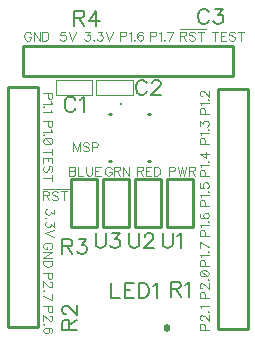
<source format=gto>
G04 DipTrace 3.1.0.0*
G04 MSP430FR2311Breakout.gto*
%MOIN*%
G04 #@! TF.FileFunction,Legend,Top*
G04 #@! TF.Part,Single*
%ADD10C,0.009843*%
%ADD16C,0.001312*%
%ADD22O,0.023924X0.024956*%
%ADD26C,0.011817*%
%ADD57C,0.00772*%
%ADD58C,0.004632*%
%FSLAX26Y26*%
G04*
G70*
G90*
G75*
G01*
G04 TopSilk*
%LPD*%
X468999Y1381502D2*
D10*
X1169001D1*
Y1281500D1*
X468999D1*
Y1381502D1*
X519002Y1243963D2*
X419000D1*
Y444037D1*
X519002D1*
Y1243963D1*
X1118998Y437786D2*
X1219000D1*
Y1237713D1*
X1118998D1*
Y437786D1*
X844444Y779630D2*
Y937110D1*
X931058Y779630D2*
Y937110D1*
X844444Y779630D2*
X931058D1*
X844444Y937110D2*
X931058D1*
X738193Y779630D2*
Y937110D1*
X824807Y779630D2*
Y937110D1*
X738193Y779630D2*
X824807D1*
X738193Y937110D2*
X824807D1*
X631942Y779630D2*
Y937110D1*
X718556Y779630D2*
Y937110D1*
X631942Y779630D2*
X718556D1*
X631942Y937110D2*
X718556D1*
X1037307D2*
Y779630D1*
X950693Y937110D2*
Y779630D1*
X1037307Y937110D2*
X950693D1*
X1037307Y779630D2*
X950693D1*
D22*
X948965Y441591D3*
D26*
X795513Y1189428D3*
X886366Y1154743D2*
D10*
X894244D1*
X886366Y997316D2*
X894244D1*
X764429D2*
X756551D1*
X764429Y1154743D2*
X756551D1*
X581500Y1269000D2*
D16*
X700249D1*
Y1219000D1*
X581500D1*
Y1269000D1*
X712751D2*
X837749D1*
Y1219000D1*
X712751D1*
Y1269000D1*
X645070Y1201101D2*
D57*
X642694Y1205854D1*
X637885Y1210663D1*
X633132Y1213039D1*
X623570D1*
X618762Y1210663D1*
X614009Y1205854D1*
X611577Y1201101D1*
X609200Y1193916D1*
Y1181923D1*
X611577Y1174793D1*
X614009Y1169984D1*
X618762Y1165231D1*
X623570Y1162799D1*
X633132D1*
X637885Y1165231D1*
X642694Y1169984D1*
X645070Y1174793D1*
X660510Y1203422D2*
X665318Y1205854D1*
X672503Y1212984D1*
Y1162799D1*
X882499Y1257350D2*
X880122Y1262104D1*
X875314Y1266912D1*
X870561Y1269289D1*
X860999D1*
X856191Y1266912D1*
X851437Y1262104D1*
X849006Y1257350D1*
X846629Y1250165D1*
Y1238172D1*
X849006Y1231042D1*
X851437Y1226234D1*
X856191Y1221481D1*
X860999Y1219049D1*
X870561D1*
X875314Y1221481D1*
X880122Y1226234D1*
X882499Y1231042D1*
X900370Y1257295D2*
Y1259672D1*
X902747Y1264480D1*
X905123Y1266857D1*
X909932Y1269233D1*
X919493D1*
X924246Y1266857D1*
X926623Y1264480D1*
X929055Y1259672D1*
Y1254919D1*
X926623Y1250110D1*
X921870Y1242980D1*
X897938Y1219049D1*
X931431D1*
X1089753Y1493827D2*
X1087377Y1498580D1*
X1082568Y1503388D1*
X1077815Y1505765D1*
X1068254D1*
X1063445Y1503388D1*
X1058692Y1498580D1*
X1056260Y1493827D1*
X1053884Y1486642D1*
Y1474648D1*
X1056260Y1467519D1*
X1058692Y1462710D1*
X1063445Y1457957D1*
X1068254Y1455525D1*
X1077815D1*
X1082568Y1457957D1*
X1087377Y1462710D1*
X1089753Y1467519D1*
X1110001Y1505710D2*
X1136254D1*
X1121939Y1486587D1*
X1129124D1*
X1133878Y1484210D1*
X1136254Y1481833D1*
X1138686Y1474648D1*
Y1469895D1*
X1136254Y1462710D1*
X1131501Y1457902D1*
X1124316Y1455525D1*
X1117131D1*
X1110001Y1457902D1*
X1107625Y1460334D1*
X1105193Y1465087D1*
X765369Y591681D2*
Y541441D1*
X794054D1*
X840555Y591681D2*
X809493D1*
Y541441D1*
X840555D1*
X809493Y567749D2*
X828616D1*
X855994Y591681D2*
Y541441D1*
X872740D1*
X879925Y543873D1*
X884734Y548626D1*
X887110Y553435D1*
X889487Y560564D1*
Y572558D1*
X887110Y579743D1*
X884734Y584496D1*
X879925Y589304D1*
X872740Y591681D1*
X855994D1*
X904926Y582064D2*
X909735Y584496D1*
X916920Y591626D1*
Y541441D1*
X962603Y572328D2*
X984102D1*
X991287Y574760D1*
X993719Y577137D1*
X996096Y581890D1*
Y586698D1*
X993719Y591451D1*
X991287Y593883D1*
X984102Y596260D1*
X962603D1*
Y546020D1*
X979349Y572328D2*
X996096Y546020D1*
X1011535Y586643D2*
X1016344Y589075D1*
X1023529Y596205D1*
Y546020D1*
X625024Y436252D2*
Y457752D1*
X622592Y464937D1*
X620215Y467368D1*
X615462Y469745D1*
X610654D1*
X605900Y467368D1*
X603469Y464937D1*
X601092Y457752D1*
Y436252D1*
X651332D1*
X625024Y452998D2*
X651332Y469745D1*
X613085Y487616D2*
X610709D1*
X605900Y489993D1*
X603524Y492369D1*
X601147Y497178D1*
Y506739D1*
X603524Y511493D1*
X605900Y513869D1*
X610709Y516301D1*
X615462D1*
X620270Y513869D1*
X627400Y509116D1*
X651332Y485184D1*
Y518678D1*
X601853Y714256D2*
X623353D1*
X630538Y716688D1*
X632969Y719064D1*
X635346Y723818D1*
Y728626D1*
X632969Y733379D1*
X630538Y735811D1*
X623353Y738188D1*
X601853D1*
Y687948D1*
X618599Y714256D2*
X635346Y687948D1*
X655594Y738132D2*
X681847D1*
X667532Y719009D1*
X674717D1*
X679470Y716633D1*
X681847Y714256D1*
X684279Y707071D1*
Y702318D1*
X681847Y695133D1*
X677094Y690324D1*
X669908Y687948D1*
X662723D1*
X655594Y690324D1*
X653217Y692756D1*
X650785Y697509D1*
X641340Y1475583D2*
X662840D1*
X670025Y1478015D1*
X672457Y1480391D1*
X674834Y1485144D1*
Y1489953D1*
X672457Y1494706D1*
X670025Y1497138D1*
X662840Y1499514D1*
X641340D1*
Y1449274D1*
X658087Y1475583D2*
X674834Y1449274D1*
X714205D2*
Y1499459D1*
X690273Y1466021D1*
X726143D1*
X935568Y758315D2*
Y722445D1*
X937945Y715260D1*
X942753Y710507D1*
X949939Y708075D1*
X954692D1*
X961877Y710507D1*
X966685Y715260D1*
X969062Y722445D1*
Y758315D1*
X984501Y748698D2*
X989309Y751130D1*
X996495Y758260D1*
Y708075D1*
X824817Y758315D2*
Y722445D1*
X827194Y715260D1*
X832002Y710507D1*
X839187Y708075D1*
X843940D1*
X851126Y710507D1*
X855934Y715260D1*
X858311Y722445D1*
Y758315D1*
X876182Y746321D2*
Y748698D1*
X878558Y753506D1*
X880935Y755883D1*
X885743Y758260D1*
X895305D1*
X900058Y755883D1*
X902435Y753506D1*
X904867Y748698D1*
Y743945D1*
X902435Y739136D1*
X897682Y732007D1*
X873750Y708075D1*
X907243D1*
X712317Y758315D2*
Y722445D1*
X714694Y715260D1*
X719502Y710507D1*
X726687Y708075D1*
X731440D1*
X738626Y710507D1*
X743434Y715260D1*
X745811Y722445D1*
Y758315D1*
X766058Y758260D2*
X792311D1*
X777996Y739136D1*
X785182D1*
X789935Y736760D1*
X792311Y734383D1*
X794743Y727198D1*
Y722445D1*
X792311Y715260D1*
X787558Y710452D1*
X780373Y708075D1*
X773188D1*
X766058Y710452D1*
X763682Y712883D1*
X761250Y717637D1*
X552676Y1226844D2*
D58*
Y1213911D1*
X554102Y1209633D1*
X555561Y1208174D1*
X558413Y1206748D1*
X562724D1*
X565576Y1208174D1*
X567035Y1209633D1*
X568461Y1213911D1*
Y1226844D1*
X538317D1*
X562691Y1197485D2*
X564150Y1194600D1*
X568428Y1190289D1*
X538317D1*
X541202Y1179599D2*
X539743Y1181025D1*
X538317Y1179599D1*
X539743Y1178140D1*
X541202Y1179599D1*
X562691Y1168876D2*
X564150Y1165991D1*
X568428Y1161680D1*
X538317D1*
X552676Y1133093D2*
Y1120160D1*
X554102Y1115883D1*
X555561Y1114423D1*
X558413Y1112997D1*
X562724D1*
X565576Y1114423D1*
X567035Y1115883D1*
X568461Y1120160D1*
Y1133093D1*
X538317D1*
X562691Y1103734D2*
X564150Y1100849D1*
X568428Y1096538D1*
X538317D1*
X541202Y1085848D2*
X539743Y1087274D1*
X538317Y1085848D1*
X539743Y1084389D1*
X541202Y1085848D1*
X568428Y1066504D2*
X567002Y1070815D1*
X562691Y1073700D1*
X555528Y1075126D1*
X551217D1*
X544054Y1073700D1*
X539743Y1070815D1*
X538317Y1066504D1*
Y1063652D1*
X539743Y1059341D1*
X544054Y1056489D1*
X551217Y1055030D1*
X555528D1*
X562691Y1056489D1*
X567002Y1059341D1*
X568428Y1063652D1*
Y1066504D1*
X562691Y1056489D2*
X544054Y1073700D1*
X537174Y883707D2*
X550074D1*
X554385Y885166D1*
X555844Y886592D1*
X557270Y889444D1*
Y892329D1*
X555844Y895181D1*
X554385Y896640D1*
X550074Y898066D1*
X537174D1*
Y867922D1*
X547222Y883707D2*
X557270Y867922D1*
X586630Y893755D2*
X583778Y896640D1*
X579467Y898066D1*
X573730D1*
X569419Y896640D1*
X566534Y893755D1*
Y890903D1*
X567993Y888018D1*
X569419Y886592D1*
X572271Y885166D1*
X580893Y882281D1*
X583778Y880855D1*
X585204Y879396D1*
X586630Y876544D1*
Y872233D1*
X583778Y869381D1*
X579467Y867922D1*
X573730D1*
X569419Y869381D1*
X566534Y872233D1*
X605941Y898066D2*
Y867922D1*
X595893Y898066D2*
X615989D1*
X537174Y905926D2*
X625253D1*
X568461Y1029297D2*
X538317D1*
X568461Y1039345D2*
Y1019249D1*
Y991349D2*
Y1009986D1*
X538317D1*
Y991349D1*
X554102Y1009986D2*
Y998512D1*
X564150Y961990D2*
X567035Y964841D1*
X568461Y969152D1*
Y974889D1*
X567035Y979200D1*
X564150Y982086D1*
X561298D1*
X558413Y980626D1*
X556987Y979200D1*
X555561Y976349D1*
X552676Y967727D1*
X551250Y964841D1*
X549791Y963415D1*
X546939Y961990D1*
X542628D1*
X539776Y964841D1*
X538317Y969152D1*
Y974889D1*
X539776Y979200D1*
X542628Y982086D1*
X568461Y942678D2*
X538317D1*
X568461Y952726D2*
Y932630D1*
X574677Y836459D2*
Y820707D1*
X563203Y829296D1*
Y824985D1*
X561777Y822133D1*
X560352Y820707D1*
X556040Y819248D1*
X553189D1*
X548878Y820707D1*
X545992Y823559D1*
X544567Y827870D1*
Y832181D1*
X545993Y836459D1*
X547452Y837885D1*
X550304Y839344D1*
X547452Y808559D2*
X545993Y809985D1*
X544567Y808559D1*
X545993Y807100D1*
X547452Y808559D1*
X574677Y794951D2*
Y779199D1*
X563203Y787788D1*
Y783477D1*
X561777Y780625D1*
X560352Y779199D1*
X556041Y777740D1*
X553189D1*
X548878Y779199D1*
X545993Y782051D1*
X544567Y786362D1*
Y790673D1*
X545993Y794951D1*
X547452Y796377D1*
X550304Y797836D1*
X574711Y768476D2*
X544567Y757003D1*
X574711Y745529D1*
X561297Y705322D2*
X564149Y706748D1*
X567034Y709633D1*
X568460Y712485D1*
Y718222D1*
X567034Y721107D1*
X564149Y723959D1*
X561297Y725418D1*
X556986Y726844D1*
X549790D1*
X545512Y725418D1*
X542627Y723959D1*
X539775Y721107D1*
X538316Y718222D1*
Y712485D1*
X539775Y709633D1*
X542627Y706748D1*
X545512Y705322D1*
X549790D1*
Y712485D1*
X568460Y675963D2*
X538316D1*
X568460Y696059D1*
X538316D1*
X568460Y666699D2*
X538316D1*
Y656651D1*
X539775Y652340D1*
X542627Y649455D1*
X545512Y648029D1*
X549790Y646603D1*
X556986D1*
X561297Y648029D1*
X564149Y649455D1*
X567034Y652340D1*
X568460Y656651D1*
Y666699D1*
X552675Y626844D2*
Y613911D1*
X554101Y609633D1*
X555560Y608174D1*
X558412Y606748D1*
X562723D1*
X565575Y608174D1*
X567034Y609633D1*
X568460Y613911D1*
Y626844D1*
X538316D1*
X561264Y596025D2*
X562690D1*
X565575Y594600D1*
X567001Y593174D1*
X568427Y590289D1*
Y584552D1*
X567001Y581700D1*
X565575Y580274D1*
X562690Y578815D1*
X559838D1*
X556953Y580274D1*
X552675Y583126D1*
X538316Y597485D1*
Y577389D1*
X541201Y566699D2*
X539742Y568125D1*
X538316Y566699D1*
X539742Y565240D1*
X541201Y566699D1*
X538316Y550240D2*
X568427Y535880D1*
Y555976D1*
X552675Y514344D2*
Y501411D1*
X554101Y497133D1*
X555560Y495674D1*
X558412Y494248D1*
X562723D1*
X565575Y495674D1*
X567034Y497133D1*
X568460Y501411D1*
Y514344D1*
X538316D1*
X561264Y483525D2*
X562690D1*
X565575Y482100D1*
X567001Y480674D1*
X568427Y477789D1*
Y472052D1*
X567001Y469200D1*
X565575Y467774D1*
X562690Y466315D1*
X559838D1*
X556953Y467774D1*
X552675Y470626D1*
X538316Y484985D1*
Y464889D1*
X541201Y454199D2*
X539742Y455625D1*
X538316Y454199D1*
X539742Y452740D1*
X541201Y454199D1*
X564149Y426266D2*
X567001Y427691D1*
X568427Y432003D1*
Y434854D1*
X567001Y439165D1*
X562690Y442051D1*
X555527Y443476D1*
X548364D1*
X542627Y442051D1*
X539742Y439165D1*
X538316Y434854D1*
Y433428D1*
X539742Y429151D1*
X542627Y426266D1*
X546938Y424840D1*
X548364D1*
X552675Y426266D1*
X555527Y429151D1*
X556953Y433428D1*
Y434854D1*
X555527Y439165D1*
X552675Y442051D1*
X548364Y443476D1*
X1075488Y1155430D2*
Y1168363D1*
X1074062Y1172641D1*
X1072603Y1174100D1*
X1069751Y1175526D1*
X1065440D1*
X1062588Y1174100D1*
X1061129Y1172641D1*
X1059703Y1168363D1*
Y1155430D1*
X1089847D1*
X1065473Y1184790D2*
X1064014Y1187675D1*
X1059736Y1191986D1*
X1089847D1*
X1086962Y1202675D2*
X1088421Y1201249D1*
X1089847Y1202675D1*
X1088421Y1204134D1*
X1086962Y1202675D1*
X1066899Y1214857D2*
X1065473D1*
X1062588Y1216283D1*
X1061162Y1217709D1*
X1059736Y1220594D1*
Y1226331D1*
X1061162Y1229183D1*
X1062588Y1230609D1*
X1065473Y1232068D1*
X1068325D1*
X1071210Y1230609D1*
X1075488Y1227757D1*
X1089847Y1213398D1*
Y1233494D1*
X1075488Y1055430D2*
Y1068363D1*
X1074062Y1072641D1*
X1072603Y1074100D1*
X1069751Y1075526D1*
X1065440D1*
X1062588Y1074100D1*
X1061129Y1072641D1*
X1059703Y1068363D1*
Y1055430D1*
X1089847D1*
X1065473Y1084790D2*
X1064014Y1087675D1*
X1059736Y1091986D1*
X1089847D1*
X1086962Y1102675D2*
X1088421Y1101249D1*
X1089847Y1102675D1*
X1088421Y1104134D1*
X1086962Y1102675D1*
X1059736Y1116283D2*
Y1132035D1*
X1071210Y1123446D1*
Y1127757D1*
X1072636Y1130609D1*
X1074062Y1132035D1*
X1078373Y1133494D1*
X1081225D1*
X1085536Y1132035D1*
X1088421Y1129183D1*
X1089847Y1124872D1*
Y1120561D1*
X1088421Y1116283D1*
X1086962Y1114857D1*
X1084110Y1113398D1*
X1075488Y949180D2*
Y962113D1*
X1074062Y966390D1*
X1072603Y967850D1*
X1069751Y969275D1*
X1065440Y969276D1*
X1062588Y967850D1*
X1061129Y966390D1*
X1059703Y962113D1*
Y949180D1*
X1089847D1*
X1065473Y978539D2*
X1064014Y981424D1*
X1059736Y985735D1*
X1089847D1*
X1086962Y996425D2*
X1088421Y994999D1*
X1089847Y996425D1*
X1088421Y997884D1*
X1086962Y996425D1*
X1089847Y1021506D2*
X1059736D1*
X1079799Y1007147D1*
Y1028669D1*
X1075488Y849180D2*
Y862113D1*
X1074062Y866390D1*
X1072603Y867850D1*
X1069751Y869275D1*
X1065440Y869276D1*
X1062588Y867850D1*
X1061129Y866390D1*
X1059703Y862113D1*
Y849180D1*
X1089847D1*
X1065473Y878539D2*
X1064014Y881424D1*
X1059736Y885735D1*
X1089847D1*
X1086962Y896425D2*
X1088421Y894999D1*
X1089847Y896425D1*
X1088421Y897884D1*
X1086962Y896425D1*
X1059736Y924358D2*
Y910032D1*
X1072636Y908606D1*
X1071210Y910032D1*
X1069751Y914343D1*
Y918621D1*
X1071210Y922932D1*
X1074062Y925817D1*
X1078373Y927243D1*
X1081225D1*
X1085536Y925817D1*
X1088421Y922932D1*
X1089847Y918621D1*
Y914343D1*
X1088421Y910032D1*
X1086962Y908606D1*
X1084110Y907147D1*
X1075488Y749180D2*
Y762113D1*
X1074062Y766390D1*
X1072603Y767850D1*
X1069751Y769275D1*
X1065440Y769276D1*
X1062588Y767850D1*
X1061129Y766390D1*
X1059703Y762113D1*
Y749180D1*
X1089847D1*
X1065473Y778539D2*
X1064014Y781424D1*
X1059736Y785735D1*
X1089847D1*
X1086962Y796425D2*
X1088421Y794999D1*
X1089847Y796425D1*
X1088421Y797884D1*
X1086962Y796425D1*
X1064014Y824358D2*
X1061162Y822932D1*
X1059736Y818621D1*
Y815769D1*
X1061162Y811458D1*
X1065473Y808573D1*
X1072636Y807147D1*
X1079799D1*
X1085536Y808573D1*
X1088421Y811458D1*
X1089847Y815769D1*
Y817195D1*
X1088421Y821473D1*
X1085536Y824358D1*
X1081225Y825784D1*
X1079799D1*
X1075488Y824358D1*
X1072636Y821473D1*
X1071210Y817195D1*
Y815769D1*
X1072636Y811458D1*
X1075488Y808573D1*
X1079799Y807147D1*
X1075488Y649180D2*
Y662113D1*
X1074062Y666390D1*
X1072603Y667850D1*
X1069751Y669275D1*
X1065440Y669276D1*
X1062588Y667850D1*
X1061129Y666390D1*
X1059703Y662113D1*
Y649180D1*
X1089847D1*
X1065473Y678539D2*
X1064014Y681424D1*
X1059736Y685735D1*
X1089847D1*
X1086962Y696425D2*
X1088421Y694999D1*
X1089847Y696425D1*
X1088421Y697884D1*
X1086962Y696425D1*
X1089847Y712884D2*
X1059736Y727243D1*
Y707147D1*
X1075488Y542930D2*
Y555863D1*
X1074062Y560141D1*
X1072603Y561600D1*
X1069751Y563026D1*
X1065440D1*
X1062588Y561600D1*
X1061129Y560141D1*
X1059703Y555863D1*
Y542930D1*
X1089847D1*
X1066899Y573749D2*
X1065473D1*
X1062588Y575175D1*
X1061162Y576601D1*
X1059736Y579486D1*
Y585223D1*
X1061162Y588075D1*
X1062588Y589501D1*
X1065473Y590960D1*
X1068325D1*
X1071210Y589501D1*
X1075488Y586649D1*
X1089847Y572290D1*
Y592386D1*
X1086962Y603075D2*
X1088421Y601649D1*
X1089847Y603075D1*
X1088421Y604534D1*
X1086962Y603075D1*
X1059736Y622420D2*
X1061162Y618109D1*
X1065473Y615224D1*
X1072636Y613798D1*
X1076947D1*
X1084110Y615224D1*
X1088421Y618109D1*
X1089847Y622420D1*
Y625272D1*
X1088421Y629583D1*
X1084110Y632435D1*
X1076947Y633894D1*
X1072636D1*
X1065473Y632435D1*
X1061162Y629583D1*
X1059736Y625272D1*
Y622420D1*
X1065473Y632435D2*
X1084110Y615224D1*
X1075488Y436680D2*
Y449613D1*
X1074062Y453890D1*
X1072603Y455350D1*
X1069751Y456775D1*
X1065440Y456776D1*
X1062588Y455350D1*
X1061129Y453890D1*
X1059703Y449613D1*
Y436680D1*
X1089847D1*
X1066899Y467498D2*
X1065473D1*
X1062588Y468924D1*
X1061162Y470350D1*
X1059736Y473235D1*
Y478972D1*
X1061162Y481824D1*
X1062588Y483250D1*
X1065473Y484709D1*
X1068325D1*
X1071210Y483250D1*
X1075488Y480398D1*
X1089847Y466039D1*
Y486135D1*
X1086962Y496824D2*
X1088421Y495399D1*
X1089847Y496824D1*
X1088421Y498284D1*
X1086962Y496824D1*
X1065473Y507547D2*
X1064014Y510432D1*
X1059736Y514743D1*
X1089847D1*
X496573Y1422927D2*
X495147Y1425779D1*
X492262Y1428664D1*
X489410Y1430090D1*
X483673D1*
X480788Y1428664D1*
X477936Y1425779D1*
X476477Y1422927D1*
X475051Y1418616D1*
Y1411420D1*
X476477Y1407142D1*
X477936Y1404257D1*
X480788Y1401405D1*
X483673Y1399946D1*
X489410D1*
X492262Y1401405D1*
X495147Y1404257D1*
X496573Y1407142D1*
Y1411420D1*
X489410D1*
X525932Y1430090D2*
Y1399946D1*
X505836Y1430090D1*
Y1399946D1*
X535196Y1430090D2*
Y1399946D1*
X545244D1*
X549555Y1401405D1*
X552440Y1404257D1*
X553866Y1407142D1*
X555292Y1411420D1*
Y1418616D1*
X553866Y1422927D1*
X552440Y1425779D1*
X549555Y1428664D1*
X545244Y1430090D1*
X535196D1*
X611011Y1430057D2*
X596685D1*
X595259Y1417157D1*
X596685Y1418583D1*
X600996Y1420042D1*
X605274D1*
X609585Y1418583D1*
X612470Y1415731D1*
X613896Y1411420D1*
Y1408568D1*
X612470Y1404257D1*
X609585Y1401372D1*
X605274Y1399946D1*
X600996D1*
X596685Y1401372D1*
X595259Y1402831D1*
X593800Y1405683D1*
X623160Y1430090D2*
X634634Y1399946D1*
X646108Y1430090D1*
X677935Y1430057D2*
X693686D1*
X685097Y1418583D1*
X689409D1*
X692260Y1417157D1*
X693686Y1415731D1*
X695145Y1411420D1*
Y1408568D1*
X693686Y1404257D1*
X690834Y1401372D1*
X686523Y1399946D1*
X682212D1*
X677935Y1401372D1*
X676509Y1402831D1*
X675049Y1405683D1*
X705835Y1402831D2*
X704409Y1401372D1*
X705835Y1399946D1*
X707294Y1401372D1*
X705835Y1402831D1*
X719443Y1430057D2*
X735195D1*
X726606Y1418583D1*
X730917D1*
X733769Y1417157D1*
X735195Y1415731D1*
X736654Y1411420D1*
Y1408568D1*
X735195Y1404257D1*
X732343Y1401372D1*
X728032Y1399946D1*
X723721D1*
X719443Y1401372D1*
X718017Y1402831D1*
X716558Y1405683D1*
X745917Y1430090D2*
X757391Y1399946D1*
X768865Y1430090D1*
X793799Y1414305D2*
X806732D1*
X811010Y1415731D1*
X812469Y1417190D1*
X813895Y1420042D1*
Y1424353D1*
X812469Y1427205D1*
X811010Y1428664D1*
X806732Y1430090D1*
X793799D1*
Y1399946D1*
X823158Y1424320D2*
X826043Y1425779D1*
X830354Y1430057D1*
Y1399946D1*
X841044Y1402831D2*
X839618Y1401372D1*
X841044Y1399946D1*
X842503Y1401372D1*
X841044Y1402831D1*
X868978Y1425779D2*
X867552Y1428631D1*
X863241Y1430057D1*
X860389D1*
X856078Y1428631D1*
X853193Y1424320D1*
X851767Y1417157D1*
Y1409994D1*
X853193Y1404257D1*
X856078Y1401372D1*
X860389Y1399946D1*
X861815D1*
X866092Y1401372D1*
X868978Y1404257D1*
X870404Y1408568D1*
Y1409994D1*
X868978Y1414305D1*
X866092Y1417157D1*
X861815Y1418583D1*
X860389D1*
X856078Y1417157D1*
X853193Y1414305D1*
X851767Y1409994D1*
X893799Y1414305D2*
X906732D1*
X911010Y1415731D1*
X912469Y1417190D1*
X913895Y1420042D1*
Y1424353D1*
X912469Y1427205D1*
X911010Y1428664D1*
X906732Y1430090D1*
X893799D1*
Y1399946D1*
X923158Y1424320D2*
X926043Y1425779D1*
X930354Y1430057D1*
Y1399946D1*
X941044Y1402831D2*
X939618Y1401372D1*
X941044Y1399946D1*
X942503Y1401372D1*
X941044Y1402831D1*
X957504Y1399946D2*
X971863Y1430057D1*
X951767D1*
X993799Y1415731D2*
X1006699D1*
X1011010Y1417190D1*
X1012469Y1418616D1*
X1013895Y1421468D1*
Y1424353D1*
X1012469Y1427205D1*
X1011010Y1428664D1*
X1006699Y1430090D1*
X993799D1*
Y1399946D1*
X1003847Y1415731D2*
X1013895Y1399946D1*
X1043254Y1425779D2*
X1040402Y1428664D1*
X1036091Y1430090D1*
X1030354D1*
X1026043Y1428664D1*
X1023158Y1425779D1*
Y1422927D1*
X1024617Y1420042D1*
X1026043Y1418616D1*
X1028895Y1417190D1*
X1037517Y1414305D1*
X1040402Y1412879D1*
X1041828Y1411420D1*
X1043254Y1408568D1*
Y1404257D1*
X1040402Y1401405D1*
X1036091Y1399946D1*
X1030354D1*
X1026043Y1401405D1*
X1023158Y1404257D1*
X1062566Y1430090D2*
Y1399946D1*
X1052518Y1430090D2*
X1072614D1*
X993799Y1437949D2*
X1081877D1*
X1110096Y1430090D2*
Y1399946D1*
X1100048Y1430090D2*
X1120144D1*
X1148045D2*
X1129408D1*
Y1399946D1*
X1148045D1*
X1129408Y1415731D2*
X1140882D1*
X1177404Y1425779D2*
X1174552Y1428664D1*
X1170241Y1430090D1*
X1164504D1*
X1160193Y1428664D1*
X1157308Y1425779D1*
Y1422927D1*
X1158767Y1420042D1*
X1160193Y1418616D1*
X1163045Y1417190D1*
X1171667Y1414305D1*
X1174552Y1412879D1*
X1175978Y1411420D1*
X1177404Y1408568D1*
Y1404257D1*
X1174552Y1401405D1*
X1170241Y1399946D1*
X1164504D1*
X1160193Y1401405D1*
X1157308Y1404257D1*
X1196716Y1430090D2*
Y1399946D1*
X1186668Y1430090D2*
X1206764D1*
X625250Y979890D2*
Y949746D1*
X638183D1*
X642494Y951206D1*
X643920Y952631D1*
X645346Y955483D1*
Y959794D1*
X643920Y962679D1*
X642494Y964105D1*
X638183Y965531D1*
X642494Y966990D1*
X643920Y968416D1*
X645346Y971268D1*
Y974153D1*
X643920Y977005D1*
X642494Y978464D1*
X638183Y979890D1*
X625250D1*
Y965531D2*
X638183D1*
X654610Y979890D2*
Y949746D1*
X671821D1*
X681084Y979890D2*
Y958368D1*
X682510Y954057D1*
X685395Y951206D1*
X689706Y949746D1*
X692558D1*
X696869Y951206D1*
X699754Y954057D1*
X701180Y958368D1*
Y979890D1*
X729081D2*
X710444D1*
Y949746D1*
X729081D1*
X710444Y965531D2*
X721918D1*
X765522Y972727D2*
X764096Y975579D1*
X761211Y978464D1*
X758359Y979890D1*
X752622D1*
X749737Y978464D1*
X746885Y975579D1*
X745426Y972727D1*
X744000Y968416D1*
Y961220D1*
X745426Y956942D1*
X746885Y954057D1*
X749737Y951206D1*
X752622Y949746D1*
X758359D1*
X761211Y951206D1*
X764096Y954057D1*
X765522Y956942D1*
Y961220D1*
X758359D1*
X774785Y965531D2*
X787685D1*
X791996Y966990D1*
X793455Y968416D1*
X794881Y971268D1*
Y974153D1*
X793455Y977005D1*
X791996Y978464D1*
X787685Y979890D1*
X774785D1*
Y949746D1*
X784833Y965531D2*
X794881Y949746D1*
X824241Y979890D2*
Y949746D1*
X804145Y979890D1*
Y949746D1*
X850249Y965531D2*
X863149D1*
X867460Y966990D1*
X868919Y968416D1*
X870345Y971268D1*
Y974153D1*
X868919Y977005D1*
X867460Y978464D1*
X863149Y979890D1*
X850249D1*
Y949746D1*
X860297Y965531D2*
X870345Y949746D1*
X898245Y979890D2*
X879609D1*
Y949746D1*
X898245D1*
X879609Y965531D2*
X891082D1*
X907509Y979890D2*
Y949746D1*
X917557D1*
X921868Y951206D1*
X924753Y954057D1*
X926179Y956942D1*
X927605Y961220D1*
Y968416D1*
X926179Y972727D1*
X924753Y975579D1*
X921868Y978464D1*
X917557Y979890D1*
X907509D1*
X956498Y964105D2*
X969431D1*
X973709Y965531D1*
X975168Y966990D1*
X976594Y969842D1*
Y974153D1*
X975168Y977005D1*
X973709Y978464D1*
X969431Y979890D1*
X956498D1*
Y949746D1*
X985858Y979890D2*
X993054Y949746D1*
X1000217Y979890D1*
X1007380Y949746D1*
X1014576Y979890D1*
X1023839Y965531D2*
X1036739D1*
X1041050Y966990D1*
X1042509Y968416D1*
X1043935Y971268D1*
Y974153D1*
X1042509Y977005D1*
X1041050Y978464D1*
X1036739Y979890D1*
X1023839D1*
Y949746D1*
X1033887Y965531D2*
X1043935Y949746D1*
X660698Y1030997D2*
Y1061141D1*
X649224Y1030997D1*
X637750Y1061141D1*
Y1030997D1*
X690058Y1056830D2*
X687206Y1059715D1*
X682895Y1061141D1*
X677158D1*
X672847Y1059715D1*
X669962Y1056830D1*
Y1053978D1*
X671421Y1051093D1*
X672847Y1049667D1*
X675699Y1048241D1*
X684321Y1045356D1*
X687206Y1043930D1*
X688632Y1042471D1*
X690058Y1039619D1*
Y1035308D1*
X687206Y1032456D1*
X682895Y1030997D1*
X677158D1*
X672847Y1032456D1*
X669962Y1035308D1*
X699321Y1045356D2*
X712254D1*
X716532Y1046782D1*
X717991Y1048241D1*
X719417Y1051093D1*
Y1055404D1*
X717991Y1058256D1*
X716532Y1059715D1*
X712254Y1061141D1*
X699321D1*
Y1030997D1*
M02*

</source>
